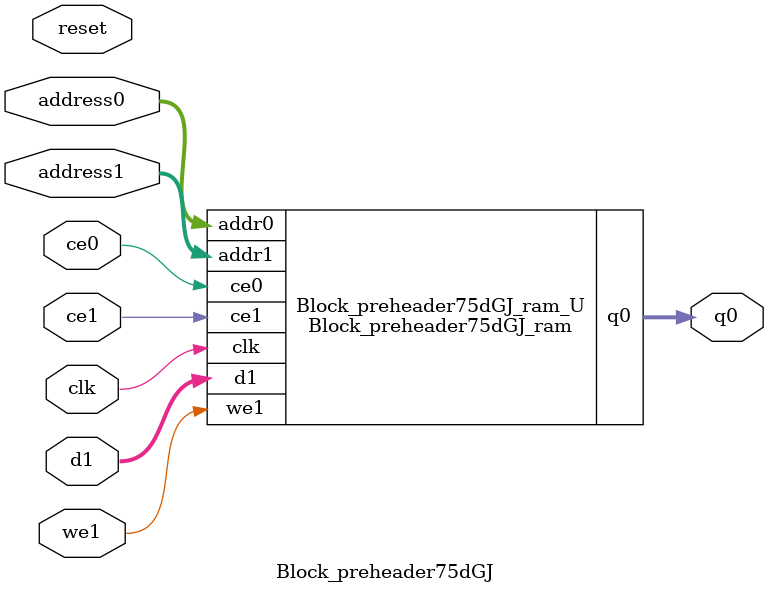
<source format=v>
`timescale 1 ns / 1 ps
module Block_preheader75dGJ_ram (addr0, ce0, q0, addr1, ce1, d1, we1,  clk);

parameter DWIDTH = 4;
parameter AWIDTH = 6;
parameter MEM_SIZE = 42;

input[AWIDTH-1:0] addr0;
input ce0;
output reg[DWIDTH-1:0] q0;
input[AWIDTH-1:0] addr1;
input ce1;
input[DWIDTH-1:0] d1;
input we1;
input clk;

(* ram_style = "distributed" *)reg [DWIDTH-1:0] ram[0:MEM_SIZE-1];




always @(posedge clk)  
begin 
    if (ce0) begin
        q0 <= ram[addr0];
    end
end


always @(posedge clk)  
begin 
    if (ce1) begin
        if (we1) 
            ram[addr1] <= d1; 
    end
end


endmodule

`timescale 1 ns / 1 ps
module Block_preheader75dGJ(
    reset,
    clk,
    address0,
    ce0,
    q0,
    address1,
    ce1,
    we1,
    d1);

parameter DataWidth = 32'd4;
parameter AddressRange = 32'd42;
parameter AddressWidth = 32'd6;
input reset;
input clk;
input[AddressWidth - 1:0] address0;
input ce0;
output[DataWidth - 1:0] q0;
input[AddressWidth - 1:0] address1;
input ce1;
input we1;
input[DataWidth - 1:0] d1;



Block_preheader75dGJ_ram Block_preheader75dGJ_ram_U(
    .clk( clk ),
    .addr0( address0 ),
    .ce0( ce0 ),
    .q0( q0 ),
    .addr1( address1 ),
    .ce1( ce1 ),
    .we1( we1 ),
    .d1( d1 ));

endmodule


</source>
